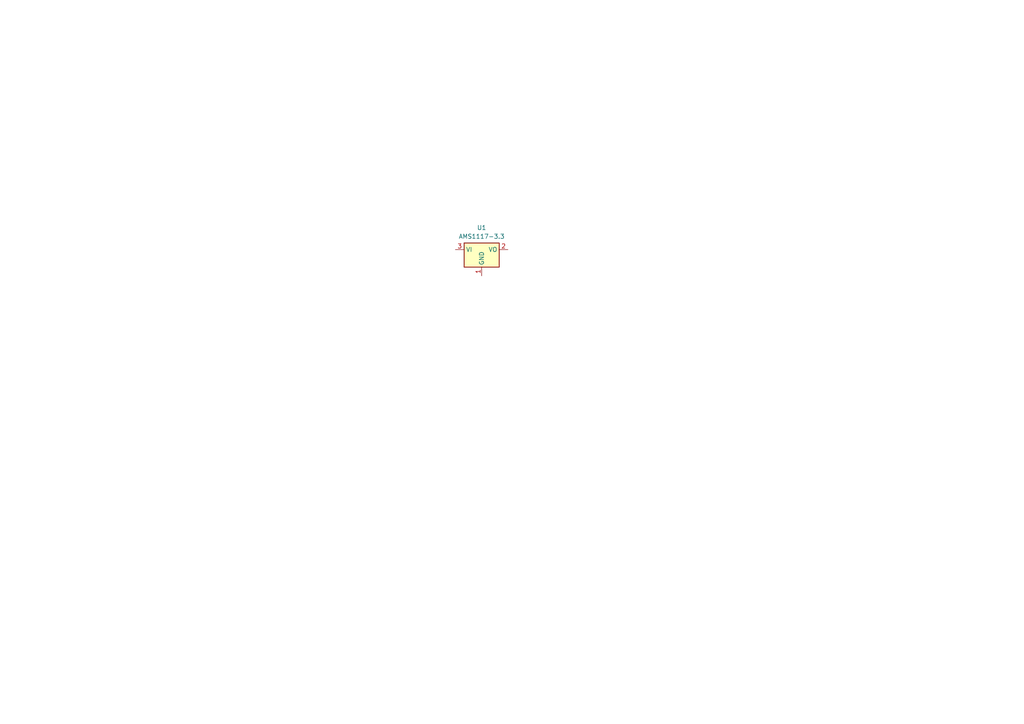
<source format=kicad_sch>
(kicad_sch (version 20231120) (generator "eeschema") (generator_version "8.0")
  (paper "A4")
  (lib_symbols
    (symbol "Regulator_Linear:AMS1117-3.3"
      (property "Reference" "U" (at -3.81 3.175 0))
      (property "Value" "AMS1117-3.3" (at 0 3.175 0))
      (symbol "AMS1117-3.3_0_1"
        (rectangle (start -5.08 -5.08) (end 5.08 1.905) (stroke (width 0.254)) (fill (type background)))
      )
      (symbol "AMS1117-3.3_1_1"
        (pin power_in line (at 0 -7.62 90) (length 2.54) (name "GND") (number "1"))
        (pin power_out line (at 7.62 0 180) (length 2.54) (name "VO") (number "2"))
        (pin power_in line (at -7.62 0 0) (length 2.54) (name "VI") (number "3"))
      )
    )
  )
  (symbol (lib_id "Regulator_Linear:AMS1117-3.3") (at 139.7 72.39 0) (unit 1)
    (property "Reference" "U1" (at 139.7 66.04 0))
    (property "Value" "AMS1117-3.3" (at 139.7 68.58 0))
    (property "Footprint" "Package_TO_SOT_SMD:SOT-223-3_TabPin2" (effects (hide yes)))
    (property "Datasheet" "http://www.advanced-monolithic.com/pdf/ds1117.pdf" (effects (hide yes)))
    (property "Description" "1A Low Dropout regulator, positive, 3.3V fixed output, SOT-223" (effects (hide yes)))
  )
)
</source>
